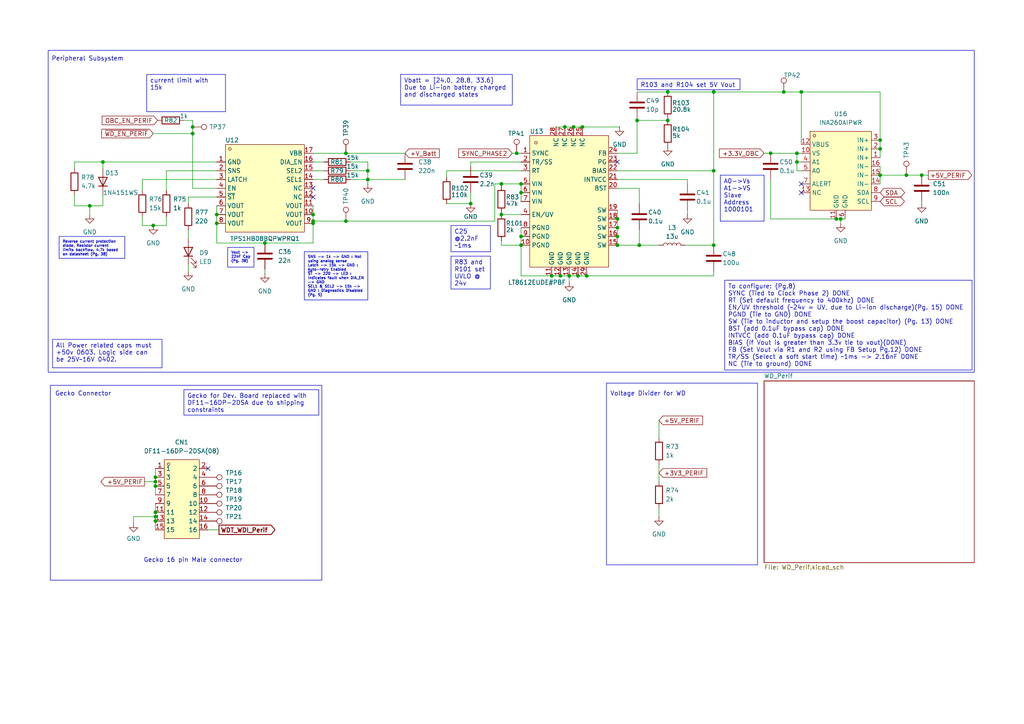
<source format=kicad_sch>
(kicad_sch (version 20250114) (generator "eeschema") (generator_version "9.0")
  (paper "A4")
  (lib_symbols
    (symbol "Connector:TestPoint" (pin_numbers (hide yes)) (pin_names (offset 0.762) (hide yes))
      (property "Reference" "TP" (at 0 6.858 0))
      (property "Value" "TestPoint" (at 0 5.08 0))
      (symbol "TestPoint_0_1"
        (circle (center 0 3.302) (radius 0.762))
      )
      (symbol "TestPoint_1_1"
        (pin passive line (at 0 0 90) (length 2.54) (name "1") (number "1"))
      )
    )
    (symbol "Device:C" (pin_numbers (hide yes)) (pin_names (offset 0.254))
      (property "Reference" "C" (at 0.635 2.54 0))
      (property "Value" "C" (at 0.635 -2.54 0))
      (symbol "C_0_1"
        (polyline (pts (xy -2.032 0.762) (xy 2.032 0.762)) (stroke (width 0.508)))
        (polyline (pts (xy -2.032 -0.762) (xy 2.032 -0.762)) (stroke (width 0.508)))
      )
      (symbol "C_1_1"
        (pin passive line (at 0 3.81 270) (length 2.794) (name "~") (number "1"))
        (pin passive line (at 0 -3.81 90) (length 2.794) (name "~") (number "2"))
      )
    )
    (symbol "Device:L" (pin_numbers (hide yes)) (pin_names (offset 1.016) (hide yes))
      (property "Reference" "L" (at -1.27 0 90))
      (property "Value" "L" (at 1.905 0 90))
      (symbol "L_0_1"
        (arc (start 0 2.54) (mid 0.6323 1.905) (end 0 1.27))
        (arc (start 0 1.27) (mid 0.6323 0.635) (end 0 0))
        (arc (start 0 0) (mid 0.6323 -0.635) (end 0 -1.27))
        (arc (start 0 -1.27) (mid 0.6323 -1.905) (end 0 -2.54))
      )
      (symbol "L_1_1"
        (pin passive line (at 0 3.81 270) (length 1.27) (name "1") (number "1"))
        (pin passive line (at 0 -3.81 90) (length 1.27) (name "2") (number "2"))
      )
    )
    (symbol "Device:LED" (pin_numbers (hide yes)) (pin_names (offset 1.016) (hide yes))
      (property "Reference" "D" (at 0 2.54 0))
      (property "Value" "LED" (at 0 -2.54 0))
      (symbol "LED_0_1"
        (polyline (pts (xy -3.048 -0.762) (xy -4.572 -2.286) (xy -3.81 -2.286) (xy -4.572 -2.286) (xy -4.572 -1.524)))
        (polyline (pts (xy -1.778 -0.762) (xy -3.302 -2.286) (xy -2.54 -2.286) (xy -3.302 -2.286) (xy -3.302 -1.524)))
        (polyline (pts (xy -1.27 0) (xy 1.27 0)))
        (polyline (pts (xy -1.27 -1.27) (xy -1.27 1.27)) (stroke (width 0.254)))
        (polyline (pts (xy 1.27 -1.27) (xy 1.27 1.27) (xy -1.27 0) (xy 1.27 -1.27)) (stroke (width 0.254)))
      )
      (symbol "LED_1_1"
        (pin passive line (at -3.81 0 0) (length 2.54) (name "K") (number "1"))
        (pin passive line (at 3.81 0 180) (length 2.54) (name "A") (number "2"))
      )
    )
    (symbol "Device:R" (pin_numbers (hide yes)) (pin_names (offset 0))
      (property "Reference" "R" (at 2.032 0 90))
      (property "Value" "R" (at 0 0 90))
      (symbol "R_0_1"
        (rectangle (start -1.016 -2.54) (end 1.016 2.54) (stroke (width 0.254)))
      )
      (symbol "R_1_1"
        (pin passive line (at 0 3.81 270) (length 1.27) (name "~") (number "1"))
        (pin passive line (at 0 -3.81 90) (length 1.27) (name "~") (number "2"))
      )
    )
    (symbol "EPS:1N4151WS" (pin_numbers (hide yes)) (pin_names (offset 1.016) (hide yes))
      (property "Reference" "D" (at 0 2.54 0))
      (property "Value" "1N4151WS" (at 0 -2.54 0))
      (symbol "1N4151WS_0_1"
        (polyline (pts (xy -1.27 1.27) (xy -1.27 -1.27)) (stroke (width 0.254)))
        (polyline (pts (xy 1.27 1.27) (xy 1.27 -1.27) (xy -1.27 0) (xy 1.27 1.27)) (stroke (width 0.254)))
        (polyline (pts (xy 1.27 0) (xy -1.27 0)))
      )
      (symbol "1N4151WS_1_1"
        (pin passive line (at -3.81 0 0) (length 2.54) (name "K") (number "1"))
        (pin passive line (at 3.81 0 180) (length 2.54) (name "A") (number "2"))
      )
    )
    (symbol "EPS:DF11-16DP-2DSA(08)"
      (property "Reference" "CN" (at 0 13.97 0))
      (property "Value" "DF11-16DP-2DSA(08)" (at 0 -13.97 0))
      (symbol "DF11-16DP-2DSA(08)_0_1"
        (rectangle (start -5.08 11.43) (end 5.08 -11.43) (fill (type background)))
        (circle (center -3.81 10.16) (radius 0.38))
        (pin unspecified line (at -7.62 8.89 0) (length 2.54) (name "1") (number "1"))
        (pin unspecified line (at -7.62 6.35 0) (length 2.54) (name "3") (number "3"))
        (pin unspecified line (at -7.62 3.81 0) (length 2.54) (name "5") (number "5"))
        (pin unspecified line (at -7.62 1.27 0) (length 2.54) (name "7") (number "7"))
        (pin unspecified line (at -7.62 -1.27 0) (length 2.54) (name "9") (number "9"))
        (pin unspecified line (at -7.62 -3.81 0) (length 2.54) (name "11") (number "11"))
        (pin unspecified line (at -7.62 -6.35 0) (length 2.54) (name "13") (number "13"))
        (pin unspecified line (at -7.62 -8.89 0) (length 2.54) (name "15") (number "15"))
        (pin unspecified line (at 7.62 8.89 180) (length 2.54) (name "2") (number "2"))
        (pin unspecified line (at 7.62 6.35 180) (length 2.54) (name "4") (number "4"))
        (pin unspecified line (at 7.62 3.81 180) (length 2.54) (name "6") (number "6"))
        (pin unspecified line (at 7.62 1.27 180) (length 2.54) (name "8") (number "8"))
        (pin unspecified line (at 7.62 -1.27 180) (length 2.54) (name "10") (number "10"))
        (pin unspecified line (at 7.62 -3.81 180) (length 2.54) (name "12") (number "12"))
        (pin unspecified line (at 7.62 -6.35 180) (length 2.54) (name "14") (number "14"))
        (pin unspecified line (at 7.62 -8.89 180) (length 2.54) (name "16") (number "16"))
      )
    )
    (symbol "EPS:INA260AIPWR"
      (property "Reference" "U" (at 0 13.97 0))
      (property "Value" "INA260AIPWR" (at 8.128 -12.954 0))
      (symbol "INA260AIPWR_0_1"
        (rectangle (start -8.89 11.43) (end 8.89 -11.43) (fill (type background)))
        (circle (center -7.62 10.16) (radius 0.38))
        (pin unspecified line (at -11.43 7.62 0) (length 2.54) (name "VBUS") (number "12"))
        (pin unspecified line (at -11.43 5.08 0) (length 2.54) (name "VS") (number "10"))
        (pin unspecified line (at -11.43 2.54 0) (length 2.54) (name "A1") (number "4"))
        (pin unspecified line (at -11.43 0 0) (length 2.54) (name "A0") (number "5"))
        (pin unspecified line (at -11.43 -3.81 0) (length 2.54) (name "ALERT") (number "7"))
        (pin unspecified line (at -11.43 -6.35 0) (length 2.54) (name "NC") (number "13"))
        (pin unspecified line (at -1.27 -13.97 90) (length 2.54) (name "GND") (number "11"))
        (pin unspecified line (at 1.27 -13.97 90) (length 2.54) (name "GND") (number "6"))
        (pin unspecified line (at 11.43 8.89 180) (length 2.54) (name "IN+") (number "3"))
        (pin unspecified line (at 11.43 6.35 180) (length 2.54) (name "IN+") (number "2"))
        (pin unspecified line (at 11.43 3.81 180) (length 2.54) (name "IN+") (number "1"))
        (pin unspecified line (at 11.43 1.27 180) (length 2.54) (name "IN-") (number "16"))
        (pin unspecified line (at 11.43 -1.27 180) (length 2.54) (name "IN-") (number "15"))
        (pin unspecified line (at 11.43 -3.81 180) (length 2.54) (name "IN-") (number "14"))
        (pin unspecified line (at 11.43 -6.35 180) (length 2.54) (name "SDA") (number "8"))
        (pin unspecified line (at 11.43 -8.89 180) (length 2.54) (name "SCL") (number "9"))
      )
    )
    (symbol "EPS:LT8612EUDE#PBF"
      (property "Reference" "U" (at -1.27 24.13 0))
      (property "Value" "LT8612EUDE#PBF" (at 0 -29.21 0))
      (symbol "LT8612EUDE#PBF_0_1"
        (rectangle (start -11.43 16.51) (end 11.43 -21.59) (fill (type background)))
        (circle (center -9.652 14.478) (radius 0.38))
        (pin unspecified line (at -13.97 11.43 0) (length 2.54) (name "SYNC") (number "1"))
        (pin unspecified line (at -13.97 8.89 0) (length 2.54) (name "TR/SS") (number "2"))
        (pin unspecified line (at -13.97 6.35 0) (length 2.54) (name "RT") (number "3"))
        (pin unspecified line (at -13.97 2.54 0) (length 2.54) (name "VIN") (number "5"))
        (pin unspecified line (at -13.97 0 0) (length 2.54) (name "VIN") (number "6"))
        (pin unspecified line (at -13.97 -2.54 0) (length 2.54) (name "VIN") (number "7"))
        (pin unspecified line (at -13.97 -6.35 0) (length 2.54) (name "EN/UV") (number "4"))
        (pin unspecified line (at -13.97 -10.16 0) (length 2.54) (name "PGND") (number "8"))
        (pin unspecified line (at -13.97 -12.7 0) (length 2.54) (name "PGND") (number "9"))
        (pin unspecified line (at -13.97 -15.24 0) (length 2.54) (name "PGND") (number "10"))
        (pin unspecified line (at -5.08 -24.13 90) (length 2.54) (name "GND") (number "11"))
        (pin unspecified line (at -3.81 19.05 270) (length 2.54) (name "NC") (number "28"))
        (pin unspecified line (at -2.54 -24.13 90) (length 2.54) (name "GND") (number "12"))
        (pin unspecified line (at -1.27 19.05 270) (length 2.54) (name "NC") (number "27"))
        (pin unspecified line (at 0 -24.13 90) (length 2.54) (name "GND") (number "13"))
        (pin unspecified line (at 1.27 19.05 270) (length 2.54) (name "NC") (number "26"))
        (pin unspecified line (at 2.54 -24.13 90) (length 2.54) (name "GND") (number "14"))
        (pin unspecified line (at 3.81 19.05 270) (length 2.54) (name "NC") (number "25"))
        (pin unspecified line (at 5.08 -24.13 90) (length 2.54) (name "GND") (number "29"))
        (pin unspecified line (at 13.97 11.43 180) (length 2.54) (name "FB") (number "24"))
        (pin unspecified line (at 13.97 8.89 180) (length 2.54) (name "PG") (number "23"))
        (pin unspecified line (at 13.97 6.35 180) (length 2.54) (name "BIAS") (number "22"))
        (pin unspecified line (at 13.97 3.81 180) (length 2.54) (name "INTVCC") (number "21"))
        (pin unspecified line (at 13.97 1.27 180) (length 2.54) (name "BST") (number "20"))
        (pin unspecified line (at 13.97 -5.08 180) (length 2.54) (name "SW") (number "19"))
        (pin unspecified line (at 13.97 -7.62 180) (length 2.54) (name "SW") (number "18"))
        (pin unspecified line (at 13.97 -10.16 180) (length 2.54) (name "SW") (number "17"))
        (pin unspecified line (at 13.97 -12.7 180) (length 2.54) (name "SW") (number "16"))
        (pin unspecified line (at 13.97 -15.24 180) (length 2.54) (name "SW") (number "15"))
      )
    )
    (symbol "EPS:TPS1HB08BQPWPRQ1"
      (property "Reference" "U" (at 0 15.24 0))
      (property "Value" "TPS1HB08BQPWPRQ1" (at 0 -15.24 0))
      (symbol "TPS1HB08BQPWPRQ1_0_1"
        (rectangle (start -11.43 12.7) (end 11.43 -12.7) (fill (type background)))
        (circle (center -10.16 11.43) (radius 0.38))
        (pin unspecified line (at -13.97 7.62 0) (length 2.54) (name "GND") (number "1"))
        (pin unspecified line (at -13.97 5.08 0) (length 2.54) (name "SNS") (number "2"))
        (pin unspecified line (at -13.97 2.54 0) (length 2.54) (name "LATCH") (number "3"))
        (pin unspecified line (at -13.97 0 0) (length 2.54) (name "EN") (number "4"))
        (pin unspecified line (at -13.97 -5.08 0) (length 2.54) (name "VOUT") (number "6"))
        (pin unspecified line (at -13.97 -7.62 0) (length 2.54) (name "VOUT") (number "7"))
        (pin unspecified line (at -13.97 -10.16 0) (length 2.54) (name "VOUT") (number "8"))
        (pin unspecified line (at 13.97 10.16 180) (length 2.54) (name "VBB") (number "17"))
        (pin unspecified line (at 13.97 7.62 180) (length 2.54) (name "DIA_EN") (number "16"))
        (pin unspecified line (at 13.97 2.54 180) (length 2.54) (name "SEL1") (number "14"))
        (pin unspecified line (at 13.97 0 180) (length 2.54) (name "NC") (number "13"))
        (pin unspecified line (at 13.97 -2.54 180) (length 2.54) (name "NC") (number "12"))
        (pin unspecified line (at 13.97 -5.08 180) (length 2.54) (name "VOUT") (number "11"))
        (pin unspecified line (at 13.97 -7.62 180) (length 2.54) (name "VOUT") (number "10"))
        (pin unspecified line (at 13.97 -10.16 180) (length 2.54) (name "VOUT") (number "9"))
      )
      (symbol "TPS1HB08BQPWPRQ1_1_1"
        (pin unspecified line (at -13.97 -2.54 0) (length 2.54) (name "~{ST}") (number "5"))
        (pin unspecified line (at 13.97 5.08 180) (length 2.54) (name "SEL2") (number "15"))
      )
    )
    (symbol "power:GND" (power) (pin_numbers (hide yes)) (pin_names (offset 0) (hide yes))
      (property "Value" "GND" (at 0 -3.81 0))
      (symbol "GND_0_1"
        (polyline (pts (xy 0 0) (xy 0 -1.27) (xy 1.27 -1.27) (xy 0 -2.54) (xy -1.27 -1.27) (xy 0 -1.27)))
      )
      (symbol "GND_1_1"
        (pin power_in line (at 0 0 270) (length 0) (name "~") (number "1"))
      )
    )
  )
  (rectangle (start 14.605 111.76) (end 93.345 168.275))
  (rectangle (start 175.895 111.125) (end 219.71 163.83))
  (rectangle (start 13.97 14.605) (end 282.575 107.95))
  (text "Gecko 16 pin Male connector" (at 56.007 162.56 0) (effects (font (size 1.27 1.27))))
  (text "Peripheral Subsystem" (at 25.4 17.145 0) (effects (font (size 1.27 1.27))))
  (text "Voltage Divider for WD" (at 187.96 114.3 0) (effects (font (size 1.27 1.27))))
  (text "Gecko Connector" (at 24.13 114.3 0) (effects (font (size 1.27 1.27))))
  (text_box "A0->Vs\nA1->VS\nSlave Address\n1000101" (at 208.915 50.8 0) (size 12.7 13.335) (margins 0.9525 0.9525 0.9525 0.9525) (effects (font (size 1.27 1.27)) (justify left top)))
  (text_box "R103 and R104 set 5V Vout" (at 184.785 22.86 0) (size 29.845 3.175) (margins 0.9525 0.9525 0.9525 0.9525) (effects (font (size 1.27 1.27)) (justify left top)))
  (text_box "Vbatt = [24.0, 28.8, 33.6] Due to Li-ion battery charged and discharged states" (at 116.205 21.59 0) (size 32.385 8.89) (margins 0.9525 0.9525 0.9525 0.9525) (effects (font (size 1.27 1.27)) (justify left top)))
  (text_box "To configure: (Pg.8)\nSYNC (Tied to Clock Phase 2) DONE\nRT (Set default frequency to 400khz) DONE\nEN/UV threshold (~24v = UV, due to Li-ion discharge)(Pg. 15) DONE\nPGND (Tie to GND) DONE\nSW (Tie to inductor and setup the boost capacitor) (Pg. 13) DONE\nBST (add 0.1uF bypass cap) DONE\nINTVCC (add 0.1uF bypass cap) DONE\nBIAS (If Vout is greater than 3.3v tie to vout)(DONE)\nFB (Set Vout via R1 and R2 using FB Setup Pg.12) DONE\nTR/SS (Select a soft start time) ~1ms -> 2.16nF DONE\nNC (Tie to ground) DONE" (at 210.185 81.28 0) (size 71.755 26.035) (margins 0.9525 0.9525 0.9525 0.9525) (effects (font (size 1.27 1.27)) (justify left top)))
  (text_box "C25 @2.2nF ~1ms" (at 130.81 65.405 0) (size 11.43 7.62) (margins 0.9525 0.9525 0.9525 0.9525) (effects (font (size 1.27 1.27)) (justify left top)))
  (text_box "current limit with 15k" (at 42.545 21.59 0) (size 22.86 10.795) (margins 0.9525 0.9525 0.9525 0.9525) (effects (font (size 1.27 1.27)) (justify left top)))
  (text_box "R83 and R101 set UVLO @ 24v" (at 130.81 74.295 0) (size 11.43 9.525) (margins 0.9525 0.9525 0.9525 0.9525) (effects (font (size 1.27 1.27)) (justify left top)))
  (text_box "All Power related caps must +50v 0603. Logic side can be 25V~16V 0402." (at 15.24 98.425 0) (size 31.75 8.255) (margins 0.9525 0.9525 0.9525 0.9525) (effects (font (size 1.27 1.27)) (justify left top)))
  (text_box "Vout -> 22nF Cap\n(Pg. 38)" (at 66.04 71.755 0) (size 7.62 5.715) (margins 0.9525 0.9525 0.9525 0.9525) (effects (font (size 0.762 0.762)) (justify left top)))
  (text_box "SNS -> 1k -> GND : Not using analog sense\nLatch -> 15k -> GND : Auto-retry Enabled\n~{ST} -> 220 -> LED : Indicates fault when DIA_EN -> GND\nSEL1 & SEL2 -> 15k -> GND : Diagnostics Disabled\n(Pg. 5)" (at 88.265 73.025 0) (size 18.415 13.97) (margins 0.9525 0.9525 0.9525 0.9525) (effects (font (size 0.762 0.762)) (justify left top)))
  (text_box "Gecko for Dev. Board replaced with DF11-16DP-2DSA due to shipping constraints" (at 53.34 113.03 0) (size 39.116 7.366) (margins 0.9525 0.9525 0.9525 0.9525) (effects (font (size 1.27 1.27)) (justify left top)))
  (text_box "Reverse current protection diode, Resistor current limits backflow. 4.7k based on datasheet (Pg. 38) " (at 17.145 68.58 0) (size 19.05 6.35) (margins 0.9525 0.9525 0.9525 0.9525) (effects (font (size 0.762 0.762)) (justify left top)))
  (junction (at 55.88 36.83))
  (junction (at 179.07 66.04))
  (junction (at 185.42 71.12))
  (junction (at 207.01 71.12))
  (junction (at 242.57 63.5))
  (junction (at 170.18 80.01))
  (junction (at 145.415 53.34))
  (junction (at 151.13 71.12))
  (junction (at 106.68 49.53))
  (junction (at 45.085 151.13))
  (junction (at 168.91 36.83))
  (junction (at 100.33 44.45))
  (junction (at 255.27 50.8))
  (junction (at 45.085 138.43))
  (junction (at 255.27 40.64))
  (junction (at 62.865 64.77))
  (junction (at 179.07 68.58))
  (junction (at 207.01 49.53))
  (junction (at 45.085 140.97))
  (junction (at 90.805 64.135))
  (junction (at 179.07 63.5))
  (junction (at 207.01 26.67))
  (junction (at 243.84 63.5))
  (junction (at 45.085 148.59))
  (junction (at 90.805 62.23))
  (junction (at 76.835 70.485))
  (junction (at 165.1 80.01))
  (junction (at 62.865 62.23))
  (junction (at 149.86 44.45))
  (junction (at 232.41 26.67))
  (junction (at 100.33 64.135))
  (junction (at 136.525 59.055))
  (junction (at 162.56 80.01))
  (junction (at 44.45 65.405))
  (junction (at 45.085 149.86))
  (junction (at 163.83 36.83))
  (junction (at 145.415 62.23))
  (junction (at 55.88 38.735))
  (junction (at 193.675 34.925))
  (junction (at 26.035 59.69))
  (junction (at 255.27 43.18))
  (junction (at 167.64 80.01))
  (junction (at 160.02 80.01))
  (junction (at 262.89 50.8))
  (junction (at 106.68 52.07))
  (junction (at 29.845 46.99))
  (junction (at 267.335 50.8))
  (junction (at 231.14 46.99))
  (junction (at 45.085 139.7))
  (junction (at 227.33 26.67))
  (junction (at 184.785 34.925))
  (junction (at 151.13 68.58))
  (junction (at 151.13 53.34))
  (junction (at 193.675 26.67))
  (junction (at 151.13 55.88))
  (junction (at 90.805 64.77))
  (junction (at 166.37 36.83))
  (junction (at 179.07 71.12))
  (junction (at 223.52 44.45))
  (junction (at 231.14 44.45))
  (no_connect (at 179.07 46.99))
  (no_connect (at 60.325 135.89))
  (no_connect (at 232.41 53.34))
  (no_connect (at 232.41 55.88))
  (no_connect (at 90.805 54.61))
  (no_connect (at 90.805 57.15))
  (wire (pts (xy 167.64 80.01) (xy 170.18 80.01)))
  (wire (pts (xy 90.805 64.135) (xy 90.805 62.23)))
  (wire (pts (xy 151.13 49.53) (xy 129.54 49.53)))
  (wire (pts (xy 100.33 44.45) (xy 117.475 44.45)))
  (wire (pts (xy 90.805 52.07) (xy 93.98 52.07)))
  (wire (pts (xy 38.735 149.86) (xy 45.085 149.86)))
  (wire (pts (xy 151.13 68.58) (xy 151.13 71.12)))
  (wire (pts (xy 184.785 26.67) (xy 193.675 26.67)))
  (wire (pts (xy 198.755 71.12) (xy 207.01 71.12)))
  (wire (pts (xy 145.415 62.23) (xy 151.13 62.23)))
  (wire (pts (xy 179.07 63.5) (xy 179.07 66.04)))
  (wire (pts (xy 62.865 64.77) (xy 62.865 70.485)))
  (wire (pts (xy 185.42 71.12) (xy 191.135 71.12)))
  (wire (pts (xy 62.865 59.69) (xy 62.865 62.23)))
  (wire (pts (xy 162.56 80.01) (xy 165.1 80.01)))
  (wire (pts (xy 44.45 38.735) (xy 55.88 38.735)))
  (wire (pts (xy 41.275 52.07) (xy 41.275 55.245)))
  (wire (pts (xy 151.13 71.12) (xy 151.13 80.01)))
  (wire (pts (xy 26.035 62.23) (xy 26.035 59.69)))
  (wire (pts (xy 232.41 26.67) (xy 232.41 41.91)))
  (wire (pts (xy 90.805 46.99) (xy 93.98 46.99)))
  (wire (pts (xy 207.01 80.01) (xy 207.01 78.74)))
  (wire (pts (xy 101.6 46.99) (xy 106.68 46.99)))
  (wire (pts (xy 45.085 148.59) (xy 45.085 149.86)))
  (wire (pts (xy 179.07 60.96) (xy 179.07 63.5)))
  (wire (pts (xy 231.14 46.99) (xy 232.41 46.99)))
  (wire (pts (xy 160.02 80.01) (xy 162.56 80.01)))
  (wire (pts (xy 106.68 52.07) (xy 106.68 53.34)))
  (wire (pts (xy 179.07 68.58) (xy 179.07 71.12)))
  (wire (pts (xy 231.14 49.53) (xy 232.41 49.53)))
  (wire (pts (xy 231.14 46.99) (xy 231.14 49.53)))
  (wire (pts (xy 54.61 57.15) (xy 54.61 59.055)))
  (wire (pts (xy 163.83 36.83) (xy 166.37 36.83)))
  (wire (pts (xy 29.845 46.99) (xy 29.845 48.895)))
  (wire (pts (xy 101.6 49.53) (xy 106.68 49.53)))
  (wire (pts (xy 44.45 65.405) (xy 48.26 65.405)))
  (wire (pts (xy 242.57 63.5) (xy 243.84 63.5)))
  (wire (pts (xy 165.1 80.01) (xy 165.1 81.915)))
  (wire (pts (xy 62.865 57.15) (xy 54.61 57.15)))
  (wire (pts (xy 54.61 66.675) (xy 54.61 69.215)))
  (wire (pts (xy 179.07 49.53) (xy 207.01 49.53)))
  (wire (pts (xy 179.07 52.07) (xy 199.39 52.07)))
  (wire (pts (xy 48.26 65.405) (xy 48.26 62.865)))
  (wire (pts (xy 193.675 26.67) (xy 207.01 26.67)))
  (wire (pts (xy 223.52 52.07) (xy 223.52 63.5)))
  (wire (pts (xy 191.135 134.62) (xy 191.135 139.7)))
  (wire (pts (xy 255.27 40.64) (xy 255.27 43.18)))
  (wire (pts (xy 129.54 49.53) (xy 129.54 51.435)))
  (wire (pts (xy 136.525 55.88) (xy 136.525 59.055)))
  (wire (pts (xy 207.01 49.53) (xy 207.01 71.12)))
  (wire (pts (xy 221.615 44.45) (xy 223.52 44.45)))
  (wire (pts (xy 207.01 26.67) (xy 207.01 49.53)))
  (wire (pts (xy 100.33 64.135) (xy 143.51 64.135)))
  (wire (pts (xy 184.785 34.925) (xy 184.785 44.45)))
  (wire (pts (xy 48.26 49.53) (xy 48.26 55.245)))
  (wire (pts (xy 255.27 50.8) (xy 255.27 53.34)))
  (wire (pts (xy 106.68 46.99) (xy 106.68 49.53)))
  (wire (pts (xy 62.865 46.99) (xy 29.845 46.99)))
  (wire (pts (xy 60.325 153.67) (xy 63.5 153.67)))
  (wire (pts (xy 151.13 66.04) (xy 151.13 68.58)))
  (wire (pts (xy 185.42 66.675) (xy 185.42 71.12)))
  (wire (pts (xy 223.52 63.5) (xy 242.57 63.5)))
  (wire (pts (xy 166.37 36.83) (xy 168.91 36.83)))
  (wire (pts (xy 145.415 61.595) (xy 145.415 62.23)))
  (wire (pts (xy 76.835 78.105) (xy 76.835 79.375)))
  (wire (pts (xy 193.675 34.29) (xy 193.675 34.925)))
  (wire (pts (xy 48.26 49.53) (xy 62.865 49.53)))
  (wire (pts (xy 90.805 62.23) (xy 90.805 59.69)))
  (wire (pts (xy 62.865 70.485) (xy 76.835 70.485)))
  (wire (pts (xy 145.415 69.85) (xy 145.415 71.12)))
  (wire (pts (xy 179.07 44.45) (xy 184.785 44.45)))
  (wire (pts (xy 161.29 36.83) (xy 163.83 36.83)))
  (wire (pts (xy 29.845 56.515) (xy 29.845 59.69)))
  (wire (pts (xy 243.84 63.5) (xy 243.84 64.77)))
  (wire (pts (xy 136.525 48.26) (xy 136.525 46.99)))
  (wire (pts (xy 255.27 50.8) (xy 262.89 50.8)))
  (wire (pts (xy 106.68 52.07) (xy 101.6 52.07)))
  (wire (pts (xy 41.275 62.865) (xy 41.275 65.405)))
  (wire (pts (xy 45.085 149.86) (xy 45.085 151.13)))
  (wire (pts (xy 151.13 53.34) (xy 151.13 55.88)))
  (wire (pts (xy 262.89 50.8) (xy 267.335 50.8)))
  (wire (pts (xy 76.835 70.485) (xy 90.805 70.485)))
  (wire (pts (xy 145.415 71.12) (xy 151.13 71.12)))
  (wire (pts (xy 185.42 54.61) (xy 185.42 59.055)))
  (wire (pts (xy 62.865 54.61) (xy 55.88 54.61)))
  (wire (pts (xy 227.33 26.67) (xy 232.41 26.67)))
  (wire (pts (xy 45.085 146.05) (xy 45.085 148.59)))
  (wire (pts (xy 53.34 34.925) (xy 55.88 34.925)))
  (wire (pts (xy 231.14 44.45) (xy 232.41 44.45)))
  (wire (pts (xy 41.275 65.405) (xy 44.45 65.405)))
  (wire (pts (xy 136.525 46.99) (xy 151.13 46.99)))
  (wire (pts (xy 143.51 64.135) (xy 143.51 53.34)))
  (wire (pts (xy 184.785 34.29) (xy 184.785 34.925)))
  (wire (pts (xy 151.13 80.01) (xy 160.02 80.01)))
  (wire (pts (xy 54.61 76.835) (xy 54.61 78.74)))
  (wire (pts (xy 207.01 26.67) (xy 227.33 26.67)))
  (wire (pts (xy 106.68 49.53) (xy 106.68 52.07)))
  (wire (pts (xy 168.91 36.83) (xy 179.705 36.83)))
  (wire (pts (xy 45.085 138.43) (xy 45.085 139.7)))
  (wire (pts (xy 129.54 59.055) (xy 136.525 59.055)))
  (wire (pts (xy 191.135 121.92) (xy 191.135 127)))
  (wire (pts (xy 21.59 56.515) (xy 21.59 59.69)))
  (wire (pts (xy 55.88 38.735) (xy 55.88 54.61)))
  (wire (pts (xy 255.27 43.18) (xy 255.27 45.72)))
  (wire (pts (xy 179.07 54.61) (xy 185.42 54.61)))
  (wire (pts (xy 41.275 52.07) (xy 62.865 52.07)))
  (wire (pts (xy 21.59 59.69) (xy 26.035 59.69)))
  (wire (pts (xy 191.135 147.32) (xy 191.135 149.86)))
  (wire (pts (xy 232.41 26.67) (xy 255.27 26.67)))
  (wire (pts (xy 62.865 62.23) (xy 62.865 64.77)))
  (wire (pts (xy 179.07 66.04) (xy 179.07 68.58)))
  (wire (pts (xy 165.1 80.01) (xy 167.64 80.01)))
  (wire (pts (xy 267.335 59.055) (xy 267.335 58.42)))
  (wire (pts (xy 151.13 55.88) (xy 151.13 58.42)))
  (wire (pts (xy 170.18 80.01) (xy 207.01 80.01)))
  (wire (pts (xy 55.88 34.925) (xy 55.88 36.83)))
  (wire (pts (xy 26.035 59.69) (xy 29.845 59.69)))
  (wire (pts (xy 41.91 139.7) (xy 45.085 139.7)))
  (wire (pts (xy 148.59 44.45) (xy 149.86 44.45)))
  (wire (pts (xy 45.085 139.7) (xy 45.085 140.97)))
  (wire (pts (xy 90.805 70.485) (xy 90.805 64.77)))
  (wire (pts (xy 184.785 34.925) (xy 193.675 34.925)))
  (wire (pts (xy 267.335 50.8) (xy 269.24 50.8)))
  (wire (pts (xy 55.88 36.83) (xy 55.88 38.735)))
  (wire (pts (xy 90.805 64.135) (xy 90.805 64.77)))
  (wire (pts (xy 106.68 52.07) (xy 117.475 52.07)))
  (wire (pts (xy 45.085 151.13) (xy 45.085 153.67)))
  (wire (pts (xy 255.27 26.67) (xy 255.27 40.64)))
  (wire (pts (xy 145.415 53.34) (xy 151.13 53.34)))
  (wire (pts (xy 38.735 151.765) (xy 38.735 149.86)))
  (wire (pts (xy 45.085 140.97) (xy 45.085 143.51)))
  (wire (pts (xy 255.27 48.26) (xy 255.27 50.8)))
  (wire (pts (xy 21.59 46.99) (xy 21.59 48.895)))
  (wire (pts (xy 231.14 44.45) (xy 231.14 46.99)))
  (wire (pts (xy 90.805 44.45) (xy 100.33 44.45)))
  (wire (pts (xy 90.805 64.135) (xy 100.33 64.135)))
  (wire (pts (xy 45.085 135.89) (xy 45.085 138.43)))
  (wire (pts (xy 143.51 53.34) (xy 145.415 53.34)))
  (wire (pts (xy 149.86 44.45) (xy 151.13 44.45)))
  (wire (pts (xy 243.84 63.5) (xy 245.11 63.5)))
  (wire (pts (xy 223.52 44.45) (xy 231.14 44.45)))
  (wire (pts (xy 199.39 60.96) (xy 199.39 62.23)))
  (wire (pts (xy 179.07 71.12) (xy 185.42 71.12)))
  (wire (pts (xy 90.805 49.53) (xy 93.98 49.53)))
  (wire (pts (xy 199.39 52.07) (xy 199.39 53.34)))
  (wire (pts (xy 29.845 46.99) (xy 21.59 46.99)))
  (wire (pts (xy 145.415 53.975) (xy 145.415 53.34)))
  (image (at 401.32 67.945))
  (global_label "+5V_PERIF" (shape input) (at 191.135 121.92 0) (property "Intersheetrefs" "${INTERSHEET_REFS}" (effects (hide yes))))
  (global_label "WDT_WDI_Perif" (shape output) (at 63.5 153.67 0) (effects (font (thickness 0.254) (bold yes))) (property "Intersheetrefs" "${INTERSHEET_REFS}" (effects (hide yes))))
  (global_label "+3.3V_OBC" (shape input) (at 221.615 44.45 180) (property "Intersheetrefs" "${INTERSHEET_REFS}" (effects (hide yes))))
  (global_label "SCL" (shape bidirectional) (at 255.27 58.42 0) (property "Intersheetrefs" "${INTERSHEET_REFS}" (effects (hide yes))))
  (global_label "~{WD_EN_PERIF}" (shape input) (at 44.45 38.735 180) (property "Intersheetrefs" "${INTERSHEET_REFS}" (effects (hide yes))))
  (global_label "SYNC_PHASE2" (shape input) (at 148.59 44.45 180) (property "Intersheetrefs" "${INTERSHEET_REFS}" (effects (hide yes))))
  (global_label "OBC_EN_PERIF" (shape input) (at 45.72 34.925 180) (property "Intersheetrefs" "${INTERSHEET_REFS}" (effects (hide yes))))
  (global_label "SDA" (shape bidirectional) (at 255.27 55.88 0) (property "Intersheetrefs" "${INTERSHEET_REFS}" (effects (hide yes))))
  (global_label "+V_Batt" (shape input) (at 117.475 44.45 0) (property "Intersheetrefs" "${INTERSHEET_REFS}" (effects (hide yes))))
  (global_label "+5V_PERIF" (shape output) (at 41.91 139.7 180) (property "Intersheetrefs" "${INTERSHEET_REFS}" (effects (hide yes))))
  (global_label "+3V3_PERIF" (shape input) (at 191.135 137.16 0) (property "Intersheetrefs" "${INTERSHEET_REFS}" (effects (hide yes))))
  (global_label "+5V_PERIF" (shape output) (at 269.24 50.8 0) (property "Intersheetrefs" "${INTERSHEET_REFS}" (effects (hide yes))))
  (symbol (lib_id "Device:C") (at 199.39 57.15 0) (unit 1)
    (property "Reference" "C41" (at 201.93 55.88 0) (effects (justify left)))
    (property "Value" "0.1u" (at 201.93 58.42 0) (effects (justify left)))
    (property "Description" "Unpolarized capacitor" (effects (hide yes)))
  )
  (symbol (lib_id "Connector:TestPoint") (at 262.89 50.8 0) (unit 1)
    (property "Reference" "TP43" (at 262.89 45.974 90) (effects (justify left)))
    (property "Value" "TestPoint" (effects (hide yes)))
    (property "Footprint" "TestPoint:TestPoint_Pad_1.0x1.0mm" (effects (hide yes)))
    (property "Description" "test point" (effects (hide yes)))
  )
  (symbol (lib_id "Device:R") (at 145.415 66.04 0) (unit 1)
    (property "Reference" "R101" (at 146.685 64.77 0) (effects (justify left)))
    (property "Value" "2k" (at 146.685 66.675 0) (effects (justify left)))
    (property "Description" "Resistor" (effects (hide yes)))
  )
  (symbol (lib_id "power:GND") (at 26.035 62.23 0) (unit 1)
    (property "Reference" "#PWR059" (effects (hide yes)))
    (property "Value" "GND" (at 26.035 67.31 0))
    (property "Description" "Power symbol creates a global label with name \"GND\" , ground" (effects (hide yes)))
  )
  (symbol (lib_id "Device:R") (at 97.79 52.07 90) (unit 1)
    (property "Reference" "R80" (at 99.695 52.07 90) (effects (justify left)))
    (property "Value" "15k" (at 104.14 50.8 90) (effects (justify left)))
    (property "Description" "Resistor" (effects (hide yes)))
  )
  (symbol (lib_id "Device:C") (at 267.335 54.61 0) (unit 1)
    (property "Reference" "C51" (at 270.51 53.3399 0) (effects (justify left)))
    (property "Value" "100n" (at 270.51 55.8799 0) (effects (justify left)))
    (property "Description" "Unpolarized capacitor" (effects (hide yes)))
  )
  (symbol (lib_id "power:GND") (at 76.835 79.375 0) (unit 1)
    (property "Reference" "#PWR060" (effects (hide yes)))
    (property "Value" "GND" (at 76.835 84.455 0))
    (property "Description" "Power symbol creates a global label with name \"GND\" , ground" (effects (hide yes)))
  )
  (symbol (lib_id "power:GND") (at 106.68 53.34 0) (unit 1)
    (property "Reference" "#PWR061" (effects (hide yes)))
    (property "Value" "GND" (at 106.68 58.42 0))
    (property "Description" "Power symbol creates a global label with name \"GND\" , ground" (effects (hide yes)))
  )
  (symbol (lib_id "Device:C") (at 117.475 48.26 0) (unit 1)
    (property "Reference" "C38" (at 121.285 46.9899 0) (effects (justify left)))
    (property "Value" "220n" (at 121.285 49.5299 0) (effects (justify left)))
    (property "Description" "Unpolarized capacitor" (effects (hide yes)))
  )
  (symbol (lib_id "Device:C") (at 184.785 30.48 0) (unit 1)
    (property "Reference" "C49" (at 187.325 29.21 0) (effects (justify left)))
    (property "Value" "10p" (at 187.325 31.75 0) (effects (justify left)))
    (property "Description" "Unpolarized capacitor" (effects (hide yes)))
  )
  (symbol (lib_id "Connector:TestPoint") (at 100.33 44.45 0) (unit 1)
    (property "Reference" "TP39" (at 100.33 39.624 90) (effects (justify left)))
    (property "Value" "TestPoint" (effects (hide yes)))
    (property "Footprint" "TestPoint:TestPoint_Pad_1.0x1.0mm" (effects (hide yes)))
    (property "Description" "test point" (effects (hide yes)))
  )
  (symbol (lib_id "Device:R") (at 21.59 52.705 0) (unit 1)
    (property "Reference" "R78" (at 23.495 51.4349 0) (effects (justify left)))
    (property "Value" "4.7k" (at 23.495 53.9749 0) (effects (justify left)))
    (property "Description" "Resistor" (effects (hide yes)))
  )
  (symbol (lib_id "Device:C") (at 136.525 52.07 0) (unit 1)
    (property "Reference" "C39" (at 139.065 50.8 0) (effects (justify left)))
    (property "Value" "2.2n" (at 139.065 53.34 0) (effects (justify left)))
    (property "Description" "Unpolarized capacitor" (effects (hide yes)))
  )
  (symbol (lib_id "Connector:TestPoint") (at 55.88 36.83 270) (unit 1)
    (property "Reference" "TP37" (at 60.706 36.83 90) (effects (justify left)))
    (property "Value" "TestPoint" (effects (hide yes)))
    (property "Footprint" "TestPoint:TestPoint_Pad_1.0x1.0mm" (effects (hide yes)))
    (property "Description" "test point" (effects (hide yes)))
  )
  (symbol (lib_id "EPS:LT8612EUDE#PBF") (at 165.1 55.88 0) (unit 1)
    (property "Reference" "U13" (at 153.67 38.1 0) (effects (justify left)))
    (property "Value" "LT8612EUDE#PBF" (at 147.32 81.915 0) (effects (justify left)))
    (property "Footprint" "EPS:QFN-28_L6.0-W3.0-P0.50-BL-EP" (effects (hide yes)))
    (property "Datasheet" "https://jlcpcb.com/api/file/downloadByFileSystemAccessId/8589836477510287360" (effects (hide yes)))
    (property "Description" "42V, 6A, Step Down Regulator" (effects (hide yes)))
    (property "LCSC Part" "C580312" (effects (hide yes)))
  )
  (symbol (lib_id "Connector:TestPoint") (at 227.33 26.67 0) (unit 1)
    (property "Reference" "TP42" (at 227.33 21.844 0) (effects (justify left)))
    (property "Value" "TestPoint" (effects (hide yes)))
    (property "Footprint" "TestPoint:TestPoint_Pad_1.0x1.0mm" (effects (hide yes)))
    (property "Description" "test point" (effects (hide yes)))
  )
  (symbol (lib_id "Connector:TestPoint") (at 60.325 143.51 270) (unit 1)
    (property "Reference" "TP18" (at 65.405 142.2399 90) (effects (justify left)))
    (property "Value" "TestPoint" (effects (hide yes)))
    (property "Description" "test point" (effects (hide yes)))
  )
  (symbol (lib_id "power:GND") (at 191.135 149.86 0) (unit 1)
    (property "Reference" "#PWR031" (effects (hide yes)))
    (property "Value" "GND" (at 191.135 154.94 0))
    (property "Description" "Power symbol creates a global label with name \"GND\" , ground" (effects (hide yes)))
  )
  (symbol (lib_id "Device:R") (at 193.675 30.48 0) (unit 1)
    (property "Reference" "R103" (at 194.945 29.845 0) (effects (justify left)))
    (property "Value" "20.8k" (at 194.945 31.75 0) (effects (justify left)))
    (property "Description" "Resistor" (effects (hide yes)))
  )
  (symbol (lib_id "Device:R") (at 191.135 143.51 0) (unit 1)
    (property "Reference" "R74" (at 193.04 142.2399 0) (effects (justify left)))
    (property "Value" "2k" (at 193.04 144.7799 0) (effects (justify left)))
    (property "Description" "Resistor" (effects (hide yes)))
  )
  (symbol (lib_id "Device:R") (at 193.675 38.735 0) (unit 1)
    (property "Reference" "R104" (at 194.945 37.465 0) (effects (justify left)))
    (property "Value" "5k" (at 194.945 39.37 0) (effects (justify left)))
    (property "Description" "Resistor" (effects (hide yes)))
  )
  (symbol (lib_id "Device:C") (at 76.835 74.295 0) (unit 1)
    (property "Reference" "C36" (at 80.645 73.0249 0) (effects (justify left)))
    (property "Value" "22n" (at 80.645 75.5649 0) (effects (justify left)))
    (property "Description" "Unpolarized capacitor" (effects (hide yes)))
  )
  (symbol (lib_id "Device:LED") (at 54.61 73.025 90) (unit 1)
    (property "Reference" "D9" (at 57.785 73.3424 90) (effects (justify right)))
    (property "Value" "LED" (at 57.785 75.8824 90) (effects (justify right)))
    (property "Description" "Light emitting diode" (effects (hide yes)))
    (property "Sim.Pins" "1=K 2=A" (effects (hide yes)))
  )
  (symbol (lib_id "EPS:TPS1HB08BQPWPRQ1") (at 76.835 54.61 0) (unit 1)
    (property "Reference" "U12" (at 67.31 40.64 0))
    (property "Value" "TPS1HB08BQPWPRQ1" (at 76.835 69.215 0))
    (property "Footprint" "EPS:HTSSOP-16_L5.0-W4.4-P0.65-LS6.4-TL-EP2.9" (effects (hide yes)))
    (property "Datasheet" "https://www.ti.com/lit/ds/symlink/tps1ha08-q1.pdf?ts=1748448912035&ref_url=https%253A%252F%252Fwww.ti.com%252Fproduct%252FTPS1HA08-Q1" (effects (hide yes)))
    (property "Description" "40-V, 8-mΩ Single-Channel Smart High-Side Switch" (effects (hide yes)))
    (property "LCSC Part" "C3230075" (effects (hide yes)))
  )
  (symbol (lib_id "Device:R") (at 48.26 59.055 0) (unit 1)
    (property "Reference" "R75" (at 50.165 57.7849 0) (effects (justify left)))
    (property "Value" "1k" (at 50.165 60.3249 0) (effects (justify left)))
    (property "Description" "Resistor" (effects (hide yes)))
  )
  (symbol (lib_id "Connector:TestPoint") (at 100.33 64.135 0) (unit 1)
    (property "Reference" "TP40" (at 100.33 59.309 90) (effects (justify left)))
    (property "Value" "TestPoint" (effects (hide yes)))
    (property "Footprint" "TestPoint:TestPoint_Pad_1.0x1.0mm" (effects (hide yes)))
    (property "Description" "test point" (effects (hide yes)))
  )
  (symbol (lib_id "Device:R") (at 49.53 34.925 90) (unit 1)
    (property "Reference" "R82" (at 49.53 34.925 90))
    (property "Value" "1k" (at 53.34 33.655 90))
    (property "Description" "Resistor" (effects (hide yes)))
  )
  (symbol (lib_id "EPS:INA260AIPWR") (at 243.84 49.53 0) (unit 1)
    (property "Reference" "U16" (at 243.84 33.02 0))
    (property "Value" "INA260AIPWR" (at 243.84 35.56 0))
    (property "Footprint" "EPS:TSSOP-16_L5.0-W4.4-P0.65-LS6.4-BL-1" (effects (hide yes)))
    (property "Datasheet" "https://www.ti.com/lit/ds/symlink/ina260.pdf?ts=1748375218606&ref_url=https%253A%252F%252Fwww.google.com%252F" (effects (hide yes)))
    (property "Description" "Precision Digital Current and Power Monitor With Low-Drift, Precision Integrated Shunt" (effects (hide yes)))
    (property "LCSC Part" "C2155885" (effects (hide yes)))
  )
  (symbol (lib_id "EPS:DF11-16DP-2DSA(08)") (at 52.705 144.78 0) (unit 1)
    (property "Reference" "CN1" (at 52.705 128.27 0))
    (property "Value" "DF11-16DP-2DSA(08)" (at 52.705 130.81 0))
    (property "Footprint" "EPS:CONN-TH_DF11-16DP-2DSA-08" (effects (hide yes)))
    (property "Datasheet" "https://lcsc.com/product-detail/Wire-To-Board-Wire-To-Wire-Connector_HRS-Hirose-HRS-DF11-16DP-2DSA-08_C530981.html" (effects (hide yes)))
    (property "Description" "Hirose 2x8 Connector, Drop in replacement for Gecko" (effects (hide yes)))
    (property "LCSC Part" "C530981" (effects (hide yes)))
  )
  (symbol (lib_id "power:GND") (at 38.735 151.765 0) (unit 1)
    (property "Reference" "#PWR056" (effects (hide yes)))
    (property "Value" "GND" (at 38.735 156.21 0))
    (property "Description" "Power symbol creates a global label with name \"GND\" , ground" (effects (hide yes)))
  )
  (symbol (lib_id "power:GND") (at 193.675 42.545 0) (unit 1)
    (property "Reference" "#PWR068" (effects (hide yes)))
    (property "Value" "GND" (at 193.675 47.625 0))
    (property "Description" "Power symbol creates a global label with name \"GND\" , ground" (effects (hide yes)))
  )
  (symbol (lib_id "Device:C") (at 185.42 62.865 0) (unit 1)
    (property "Reference" "C40" (at 187.96 61.595 0) (effects (justify left)))
    (property "Value" "0.1u" (at 187.96 64.135 0) (effects (justify left)))
    (property "Description" "Unpolarized capacitor" (effects (hide yes)))
  )
  (symbol (lib_id "Device:R") (at 191.135 130.81 0) (unit 1)
    (property "Reference" "R73" (at 193.04 129.5399 0) (effects (justify left)))
    (property "Value" "1k" (at 193.04 132.0799 0) (effects (justify left)))
    (property "Description" "Resistor" (effects (hide yes)))
  )
  (symbol (lib_id "Connector:TestPoint") (at 149.86 44.45 0) (unit 1)
    (property "Reference" "TP41" (at 147.32 38.735 0) (effects (justify left)))
    (property "Value" "TestPoint" (effects (hide yes)))
    (property "Footprint" "TestPoint:TestPoint_Pad_1.0x1.0mm" (effects (hide yes)))
    (property "Description" "test point" (effects (hide yes)))
  )
  (symbol (lib_id "Connector:TestPoint") (at 60.325 146.05 270) (unit 1)
    (property "Reference" "TP19" (at 65.405 144.7799 90) (effects (justify left)))
    (property "Value" "TestPoint" (effects (hide yes)))
    (property "Description" "test point" (effects (hide yes)))
  )
  (symbol (lib_id "Device:C") (at 207.01 74.93 0) (unit 1)
    (property "Reference" "C48" (at 209.55 73.66 0) (effects (justify left)))
    (property "Value" "100u" (at 209.55 76.2 0) (effects (justify left)))
    (property "Description" "Unpolarized capacitor" (effects (hide yes)))
  )
  (symbol (lib_id "Connector:TestPoint") (at 60.325 140.97 270) (unit 1)
    (property "Reference" "TP17" (at 65.405 139.6999 90) (effects (justify left)))
    (property "Value" "TestPoint" (effects (hide yes)))
    (property "Description" "test point" (effects (hide yes)))
  )
  (symbol (lib_id "power:GND") (at 54.61 78.74 0) (unit 1)
    (property "Reference" "#PWR058" (effects (hide yes)))
    (property "Value" "GND" (at 54.61 83.82 0))
    (property "Description" "Power symbol creates a global label with name \"GND\" , ground" (effects (hide yes)))
  )
  (symbol (lib_id "Device:R") (at 41.275 59.055 0) (unit 1)
    (property "Reference" "R76" (at 43.18 57.785 0) (effects (justify left)))
    (property "Value" "15k" (at 43.18 60.325 0) (effects (justify left)))
    (property "Description" "Resistor" (effects (hide yes)))
  )
  (symbol (lib_id "Device:R") (at 54.61 62.865 0) (unit 1)
    (property "Reference" "R77" (at 56.515 61.5949 0) (effects (justify left)))
    (property "Value" "220" (at 56.515 64.1349 0) (effects (justify left)))
    (property "Description" "Resistor" (effects (hide yes)))
  )
  (symbol (lib_id "Device:R") (at 97.79 46.99 90) (unit 1)
    (property "Reference" "R81" (at 99.695 46.99 90) (effects (justify left)))
    (property "Value" "15k" (at 104.14 45.72 90) (effects (justify left)))
    (property "Description" "Resistor" (effects (hide yes)))
  )
  (symbol (lib_id "Connector:TestPoint") (at 60.325 148.59 270) (unit 1)
    (property "Reference" "TP20" (at 65.405 147.3199 90) (effects (justify left)))
    (property "Value" "TestPoint" (effects (hide yes)))
    (property "Description" "test point" (effects (hide yes)))
  )
  (symbol (lib_id "power:GND") (at 199.39 62.23 0) (unit 1)
    (property "Reference" "#PWR067" (effects (hide yes)))
    (property "Value" "GND" (at 199.39 67.31 0))
    (property "Description" "Power symbol creates a global label with name \"GND\" , ground" (effects (hide yes)))
  )
  (symbol (lib_id "power:GND") (at 136.525 59.055 0) (unit 1)
    (property "Reference" "#PWR063" (effects (hide yes)))
    (property "Value" "GND" (at 136.525 62.865 0))
    (property "Description" "Power symbol creates a global label with name \"GND\" , ground" (effects (hide yes)))
  )
  (symbol (lib_id "Device:R") (at 145.415 57.785 0) (unit 1)
    (property "Reference" "R83" (at 146.685 57.15 0) (effects (justify left)))
    (property "Value" "47k" (at 146.685 59.055 0) (effects (justify left)))
    (property "Description" "Resistor" (effects (hide yes)))
  )
  (symbol (lib_id "Device:R") (at 97.79 49.53 90) (unit 1)
    (property "Reference" "R79" (at 99.695 49.53 90) (effects (justify left)))
    (property "Value" "15k" (at 104.14 48.26 90) (effects (justify left)))
    (property "Description" "Resistor" (effects (hide yes)))
  )
  (symbol (lib_id "Device:L") (at 194.945 71.12 90) (unit 1)
    (property "Reference" "L3" (at 194.945 66.04 90))
    (property "Value" "13u" (at 194.945 68.58 90))
    (property "Description" "Inductor" (effects (hide yes)))
  )
  (symbol (lib_id "Device:R") (at 129.54 55.245 0) (unit 1)
    (property "Reference" "R102" (at 130.81 54.61 0) (effects (justify left)))
    (property "Value" "110k" (at 130.81 56.515 0) (effects (justify left)))
    (property "Description" "Resistor" (effects (hide yes)))
  )
  (symbol (lib_id "EPS:1N4151WS") (at 29.845 52.705 90) (unit 1)
    (property "Reference" "D13" (at 30.48 50.165 90) (effects (justify right)))
    (property "Value" "1N4151WS" (at 29.845 55.88 90) (effects (justify right)))
    (property "Datasheet" "https://www.vishay.com/docs/85412/1n4151wsg.pdf" (effects (hide yes)))
    (property "Description" "Diode" (effects (hide yes)))
    (property "Sim.Device" "D" (effects (hide yes)))
    (property "Sim.Pins" "1=K 2=A" (effects (hide yes)))
  )
  (symbol (lib_id "power:GND") (at 179.705 36.83 0) (unit 1)
    (property "Reference" "#PWR064" (effects (hide yes)))
    (property "Value" "GND" (at 179.705 41.91 0))
    (property "Description" "Power symbol creates a global label with name \"GND\" , ground" (effects (hide yes)))
  )
  (symbol (lib_id "Device:C") (at 223.52 48.26 0) (unit 1)
    (property "Reference" "C50" (at 226.06 46.99 0) (effects (justify left)))
    (property "Value" "0.1u" (at 226.06 49.53 0) (effects (justify left)))
    (property "Description" "Unpolarized capacitor" (effects (hide yes)))
  )
  (symbol (lib_id "power:GND") (at 267.335 59.055 0) (unit 1)
    (property "Reference" "#PWR070" (effects (hide yes)))
    (property "Value" "GND" (at 267.335 64.135 0))
    (property "Description" "Power symbol creates a global label with name \"GND\" , ground" (effects (hide yes)))
  )
  (symbol (lib_id "Connector:TestPoint") (at 60.325 138.43 270) (unit 1)
    (property "Reference" "TP16" (at 65.405 137.1599 90) (effects (justify left)))
    (property "Value" "TestPoint" (effects (hide yes)))
    (property "Description" "test point" (effects (hide yes)))
  )
  (symbol (lib_id "power:GND") (at 243.84 64.77 0) (unit 1)
    (property "Reference" "#PWR069" (effects (hide yes)))
    (property "Value" "GND" (at 243.84 69.85 0))
    (property "Description" "Power symbol creates a global label with name \"GND\" , ground" (effects (hide yes)))
  )
  (symbol (lib_id "power:GND") (at 44.45 65.405 0) (unit 1)
    (property "Reference" "#PWR057" (effects (hide yes)))
    (property "Value" "GND" (at 44.45 70.485 0))
    (property "Description" "Power symbol creates a global label with name \"GND\" , ground" (effects (hide yes)))
  )
  (symbol (lib_id "Connector:TestPoint") (at 60.325 151.13 270) (unit 1)
    (property "Reference" "TP21" (at 65.405 149.8599 90) (effects (justify left)))
    (property "Value" "TestPoint" (effects (hide yes)))
    (property "Description" "test point" (effects (hide yes)))
  )
  (symbol (lib_id "power:GND") (at 165.1 81.915 0) (unit 1)
    (property "Reference" "#PWR062" (effects (hide yes)))
    (property "Value" "GND" (at 165.1 86.995 0))
    (property "Description" "Power symbol creates a global label with name \"GND\" , ground" (effects (hide yes)))
  )
  (sheet (at 221.615 110.49) (size 60.96 52.705) (stroke (width 0.1524))
    (property "Sheetname" "WD_Perif" (at 221.615 109.7784 0) (effects (justify left bottom)))
    (property "Sheetfile" "WD_Perif.kicad_sch" (at 221.615 163.7796 0) (effects (justify left top)))
  )
)
</source>
